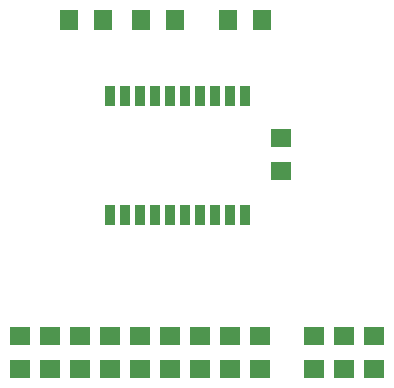
<source format=gbr>
G04 EAGLE Gerber RS-274X export*
G75*
%MOMM*%
%FSLAX34Y34*%
%LPD*%
%INSolderpaste Top*%
%IPPOS*%
%AMOC8*
5,1,8,0,0,1.08239X$1,22.5*%
G01*
%ADD10R,1.800000X1.600000*%
%ADD11R,1.803000X1.600000*%
%ADD12R,1.600000X1.803000*%
%ADD13R,0.914400X1.778000*%


D10*
X251460Y262920D03*
X251460Y234920D03*
D11*
X132080Y95500D03*
X132080Y67060D03*
X182880Y95500D03*
X182880Y67060D03*
X208280Y95500D03*
X208280Y67060D03*
X233680Y95500D03*
X233680Y67060D03*
X279400Y95500D03*
X279400Y67060D03*
X304800Y95500D03*
X304800Y67060D03*
X330200Y95500D03*
X330200Y67060D03*
X81280Y95500D03*
X81280Y67060D03*
X55880Y95500D03*
X55880Y67060D03*
X30480Y95500D03*
X30480Y67060D03*
X157480Y95500D03*
X157480Y67060D03*
X106680Y95500D03*
X106680Y67060D03*
D12*
X133100Y363220D03*
X161540Y363220D03*
X206760Y363220D03*
X235200Y363220D03*
X100580Y363220D03*
X72140Y363220D03*
D13*
X106680Y198120D03*
X119380Y198120D03*
X132080Y198120D03*
X144780Y198120D03*
X157480Y198120D03*
X170180Y198120D03*
X182880Y198120D03*
X195580Y198120D03*
X208280Y198120D03*
X220980Y198120D03*
X106680Y298120D03*
X119380Y298120D03*
X132080Y298120D03*
X144780Y298120D03*
X157480Y298120D03*
X170180Y298120D03*
X182880Y298120D03*
X195580Y298120D03*
X208280Y298120D03*
X220980Y298120D03*
M02*

</source>
